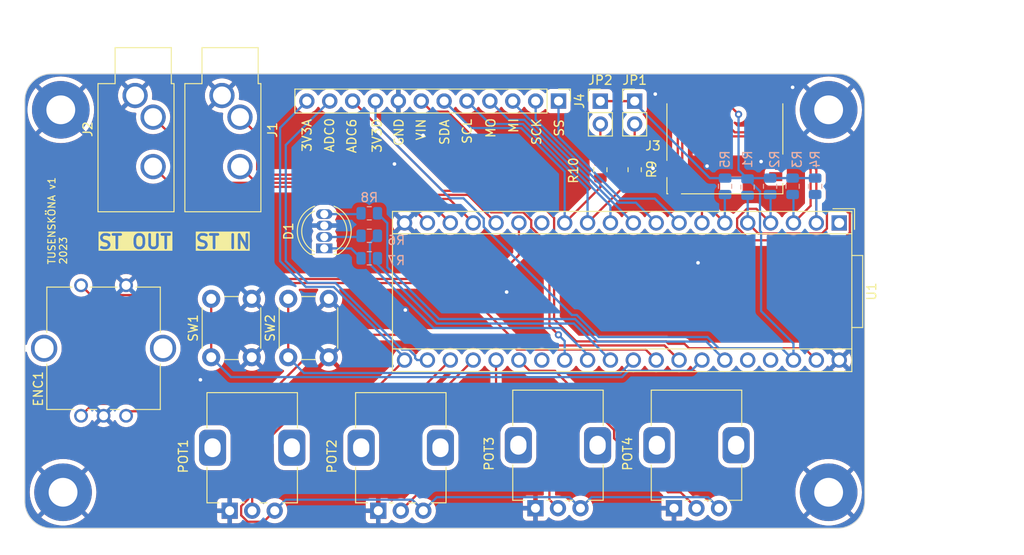
<source format=kicad_pcb>
(kicad_pcb (version 20221018) (generator pcbnew)
  (layers (0 "F.Cu" signal) (31 "B.Cu" signal) (34 "B.Paste" user) (35 "F.Paste" user) (36 "B.SilkS" user "B.Silkscreen") (37 "F.SilkS" user "F.Silkscreen") (38 "B.Mask" user) (39 "F.Mask" user) (44 "Edge.Cuts" user))
  (net 0 "")
  (net 1 "/SD_DATA3")
  (net 2 "/SD_DATA2")
  (net 3 "/SD_DATA1")
  (net 4 "/SD_DATA0")
  (net 5 "/SD_CMD")
  (net 6 "/SD_CLK")
  (net 7 "/3V3A")
  (net 8 "/STEREO IN L")
  (net 9 "/STEREO IN R")
  (net 10 "/STEREO OUT L")
  (net 11 "/STEREO OUT R")
  (net 12 "/AGND")
  (net 13 "/3V3D")
  (net 14 "/VIN")
  (net 17 "/ENC_CLICK")
  (net 18 "/ADC0")
  (net 19 "/ADC5")
  (net 20 "/ADC6")
  (net 23 "/SPI_POCI")
  (net 24 "/SPI_PICO")
  (net 25 "/SPI_SCK")
  (net 26 "/SPI_CS")
  (net 27 "/SCL")
  (net 28 "/SDA")
  (net 29 "/LED 1")
  (net 30 "/LED 2")
  (net 31 "/LED 3")
  (net 32 "/SW1")
  (net 33 "/SW2")
  (net 34 "/ENC_A")
  (net 35 "/ENC_B")
  (net 36 "/POT_1")
  (net 37 "/POT_2")
  (net 38 "/POT_3")
  (net 39 "/POT_4")
  (net 42 "Net-(D1-GA)")
  (net 43 "Net-(D1-RA)")
  (net 44 "Net-(D1-BA)")
  (net 45 "Net-(JP1-B)")
  (net 46 "Net-(JP2-B)")
  (footprint "Connector_PinHeader_2.54mm:PinHeader_1x02_P2.54mm_Vertical" (layer "F.Cu") (at 164.465 26.035)
    (fp_text reference "JP1" (at 0 -2.33) (layer "F.SilkS"))
    (fp_text value "Jumper_2_Bridged")
    (pad "1" thru_hole rect (at 0 0) (size 1.7 1.7) (drill 1) (layers "*.Cu" "*.Mask") (net 13 "/3V3D"))
    (pad "2" thru_hole oval (at 0 2.54) (size 1.7 1.7) (drill 1) (layers "*.Cu" "*.Mask") (net 45 "Net-(JP1-B)"))
  )
  (footprint "Button_Switch_THT:SW_PUSH_6mm" (layer "F.Cu") (at 117.45 54.5 90)
    (fp_text reference "SW1" (at 3.25 -2 90) (layer "F.SilkS"))
    (fp_text value "SW_Push")
    (pad "1" thru_hole circle (at 0 0 180) (size 2 2) (drill 1.1) (layers "*.Cu" "*.Mask") (net 32 "/SW1"))
    (pad "1" thru_hole circle (at 6.5 0 180) (size 2 2) (drill 1.1) (layers "*.Cu" "*.Mask") (net 32 "/SW1"))
    (pad "2" thru_hole circle (at 0 4.5 180) (size 2 2) (drill 1.1) (layers "*.Cu" "*.Mask") (net 12 "/AGND"))
    (pad "2" thru_hole circle (at 6.5 4.5 180) (size 2 2) (drill 1.1) (layers "*.Cu" "*.Mask") (net 12 "/AGND"))
  )
  (footprint "Connector_PinHeader_2.54mm:PinHeader_1x02_P2.54mm_Vertical" (layer "F.Cu") (at 160.655 26.04)
    (fp_text reference "JP2" (at 0 -2.33) (layer "F.SilkS"))
    (fp_text value "Jumper_2_Bridged")
    (pad "1" thru_hole rect (at 0 0) (size 1.7 1.7) (drill 1) (layers "*.Cu" "*.Mask") (net 13 "/3V3D"))
    (pad "2" thru_hole oval (at 0 2.54) (size 1.7 1.7) (drill 1) (layers "*.Cu" "*.Mask") (net 46 "Net-(JP2-B)"))
  )
  (footprint "Connector_PinHeader_2.54mm:PinHeader_1x12_P2.54mm_Vertical" (layer "F.Cu") (at 156.010276 26.025387 -90)
    (fp_text reference "J4" (at 0 -2.33 90) (layer "F.SilkS"))
    (fp_text value "Conn_01x12_Pin")
    (pad "1" thru_hole rect (at 0 0 270) (size 1.7 1.7) (drill 1) (layers "*.Cu" "*.Mask") (net 26 "/SPI_CS"))
    (pad "2" thru_hole oval (at 0 2.54 270) (size 1.7 1.7) (drill 1) (layers "*.Cu" "*.Mask") (net 25 "/SPI_SCK"))
    (pad "3" thru_hole oval (at 0 5.08 270) (size 1.7 1.7) (drill 1) (layers "*.Cu" "*.Mask") (net 23 "/SPI_POCI"))
    (pad "4" thru_hole oval (at 0 7.62 270) (size 1.7 1.7) (drill 1) (layers "*.Cu" "*.Mask") (net 24 "/SPI_PICO"))
    (pad "5" thru_hole oval (at 0 10.16 270) (size 1.7 1.7) (drill 1) (layers "*.Cu" "*.Mask") (net 27 "/SCL"))
    (pad "6" thru_hole oval (at 0 12.7 270) (size 1.7 1.7) (drill 1) (layers "*.Cu" "*.Mask") (net 28 "/SDA"))
    (pad "7" thru_hole oval (at 0 15.24 270) (size 1.7 1.7) (drill 1) (layers "*.Cu" "*.Mask") (net 14 "/VIN"))
    (pad "8" thru_hole oval (at 0 17.78 270) (size 1.7 1.7) (drill 1) (layers "*.Cu" "*.Mask") (net 12 "/AGND"))
    (pad "9" thru_hole oval (at 0 20.32 270) (size 1.7 1.7) (drill 1) (layers "*.Cu" "*.Mask") (net 13 "/3V3D"))
    (pad "10" thru_hole oval (at 0 22.86 270) (size 1.7 1.7) (drill 1) (layers "*.Cu" "*.Mask") (net 20 "/ADC6"))
    (pad "11" thru_hole oval (at 0 25.4 270) (size 1.7 1.7) (drill 1) (layers "*.Cu" "*.Mask") (net 18 "/ADC0"))
    (pad "12" thru_hole oval (at 0 27.94 270) (size 1.7 1.7) (drill 1) (layers "*.Cu" "*.Mask") (net 7 "/3V3A"))
  )
  (footprint "Button_Switch_THT:SW_PUSH_6mm" (layer "F.Cu") (at 126 54.5 90)
    (fp_text reference "SW2" (at 3.25 -2 90) (layer "F.SilkS"))
    (fp_text value "SW_Push")
    (pad "1" thru_hole circle (at 0 0 180) (size 2 2) (drill 1.1) (layers "*.Cu" "*.Mask") (net 33 "/SW2"))
    (pad "1" thru_hole circle (at 6.5 0 180) (size 2 2) (drill 1.1) (layers "*.Cu" "*.Mask") (net 33 "/SW2"))
    (pad "2" thru_hole circle (at 0 4.5 180) (size 2 2) (drill 1.1) (layers "*.Cu" "*.Mask") (net 12 "/AGND"))
    (pad "2" thru_hole circle (at 6.5 4.5 180) (size 2 2) (drill 1.1) (layers "*.Cu" "*.Mask") (net 12 "/AGND"))
  )
  (footprint "Potentiometer_THT:Potentiometer_Alps_RK09K_Single_Vertical" (layer "F.Cu") (at 168.83 71.27 90)
    (fp_text reference "POT4" (at 6.05 -5.15 90) (layer "F.SilkS"))
    (fp_text value "R_Potentiometer")
    (pad "1" thru_hole rect (at 0 0 90) (size 1.8 1.8) (drill 1) (layers "*.Cu" "*.Mask") (net 12 "/AGND"))
    (pad "2" thru_hole circle (at 0 2.5 90) (size 1.8 1.8) (drill 1) (layers "*.Cu" "*.Mask") (net 39 "/POT_4"))
    (pad "3" thru_hole circle (at 0 5 90) (size 1.8 1.8) (drill 1) (layers "*.Cu" "*.Mask") (net 7 "/3V3A"))
    (pad "MP" thru_hole roundrect (at 7 -1.9 90) (size 4 3) (drill oval 2.1 1.8) (layers "*.Cu" "*.Mask"))
    (pad "MP" thru_hole roundrect (at 7 6.9 90) (size 4 3) (drill oval 2.1 1.8) (layers "*.Cu" "*.Mask"))
  )
  (footprint "MountingHole:MountingHole_3.2mm_M3_Pad" (layer "F.Cu") (at 186 69.5)
    (fp_text reference "H4" hide)
    (fp_text value "MountingHole_Pad" hide)
    (pad "1" thru_hole circle (at 0 0) (size 6.4 6.4) (drill 3.2) (layers "*.Cu" "*.Mask") (net 12 "/AGND"))
  )
  (footprint "MountingHole:MountingHole_3.2mm_M3_Pad" (layer "F.Cu") (at 186 27)
    (fp_text reference "H2" hide)
    (fp_text value "MountingHole_Pad" hide)
    (pad "1" thru_hole circle (at 0 0) (size 6.4 6.4) (drill 3.2) (layers "*.Cu" "*.Mask") (net 12 "/AGND"))
  )
  (footprint "MountingHole:MountingHole_3.2mm_M3_Pad" (layer "F.Cu") (at 100.75 27)
    (fp_text reference "H1" hide)
    (fp_text value "MountingHole_Pad" hide)
    (pad "1" thru_hole circle (at 0 0) (size 6.4 6.4) (drill 3.2) (layers "*.Cu" "*.Mask") (net 12 "/AGND"))
  )
  (footprint "Resistor_SMD:R_0805_2012Metric" (layer "F.Cu") (at 164.465 33.655 -90)
    (fp_text reference "R9" (at -0.047626 -1.878495 90) (layer "F.SilkS"))
    (fp_text value "4.7k")
    (pad "1" smd roundrect (at -0.9125 0 270) (size 1.025 1.4) (layers "F.Cu" "F.Paste" "F.Mask") (roundrect_rratio 0.243902) (net 45 "Net-(JP1-B)"))
    (pad "2" smd roundrect (at 0.9125 0 270) (size 1.025 1.4) (layers "F.Cu" "F.Paste" "F.Mask") (roundrect_rratio 0.243902) (net 27 "/SCL"))
  )
  (footprint "Rotary_Encoder:RotaryEncoder_Bourns_Vertical_PEC12R-3xxxF-Sxxxx" (layer "F.Cu") (at 103 61 90)
    (fp_text reference "ENC1" (at 3 -4.75 270) (layer "F.SilkS"))
    (fp_text value "RotaryEncoder_Switch")
    (pad "A" thru_hole circle (at 0 0) (size 1.524 1.524) (drill 1) (layers "*.Cu" "*.Mask") (net 34 "/ENC_A"))
    (pad "B" thru_hole circle (at 0 5) (size 1.524 1.524) (drill 1) (layers "*.Cu" "*.Mask") (net 35 "/ENC_B"))
    (pad "C" thru_hole circle (at 0 2.5) (size 1.524 1.524) (drill 1) (layers "*.Cu" "*.Mask") (net 12 "/AGND"))
    (pad "S1" thru_hole circle (at 14.5 0) (size 1.524 1.524) (drill 1) (layers "*.Cu" "*.Mask") (net 17 "/ENC_CLICK"))
    (pad "S2" thru_hole circle (at 14.5 5) (size 1.524 1.524) (drill 1) (layers "*.Cu" "*.Mask") (net 12 "/AGND"))
    (pad "SH" thru_hole oval (at 7.5 -4.1) (size 2.9 3) (drill oval 2.1 2.2) (layers "*.Cu" "*.Mask"))
    (pad "SH" thru_hole oval (at 7.5 9.1) (size 2.9 3) (drill oval 2.1 2.2) (layers "*.Cu" "*.Mask"))
  )
  (footprint "Potentiometer_THT:Potentiometer_Alps_RK09K_Single_Vertical" (layer "F.Cu") (at 119.5 71.55 90)
    (fp_text reference "POT1" (at 6.05 -5.15 90) (layer "F.SilkS"))
    (fp_text value "R_Potentiometer")
    (pad "1" thru_hole rect (at 0 0 90) (size 1.8 1.8) (drill 1) (layers "*.Cu" "*.Mask") (net 12 "/AGND"))
    (pad "2" thru_hole circle (at 0 2.5 90) (size 1.8 1.8) (drill 1) (layers "*.Cu" "*.Mask") (net 36 "/POT_1"))
    (pad "3" thru_hole circle (at 0 5 90) (size 1.8 1.8) (drill 1) (layers "*.Cu" "*.Mask") (net 7 "/3V3A"))
    (pad "MP" thru_hole roundrect (at 7 -1.9 90) (size 4 3) (drill oval 2.1 1.8) (layers "*.Cu" "*.Mask"))
    (pad "MP" thru_hole roundrect (at 7 6.9 90) (size 4 3) (drill oval 2.1 1.8) (layers "*.Cu" "*.Mask"))
  )
  (footprint "Resistor_SMD:R_0805_2012Metric" (layer "F.Cu") (at 160.655 33.655 -90)
    (fp_text reference "R10" (at 0.08721 2.98471 90) (layer "F.SilkS"))
    (fp_text value "4.7k")
    (pad "1" smd roundrect (at -0.9125 0 270) (size 1.025 1.4) (layers "F.Cu" "F.Paste" "F.Mask") (roundrect_rratio 0.243902) (net 46 "Net-(JP2-B)"))
    (pad "2" smd roundrect (at 0.9125 0 270) (size 1.025 1.4) (layers "F.Cu" "F.Paste" "F.Mask") (roundrect_rratio 0.243902) (net 28 "/SDA"))
  )
  (footprint "Module:Electrosmith_Daisy_Seed" (layer "F.Cu") (at 187.175 39.57 -90)
    (fp_text reference "U1" (at 7.62 -3.6 90) (layer "F.SilkS"))
    (fp_text value "Electrosmith_Daisy_Seed_Rev4")
    (pad "1" thru_hole rect (at 0 0 270) (size 1.7 1.7) (drill 1.1) (layers "*.Cu" "*.Mask"))
    (pad "2" thru_hole circle (at 0 2.54 270) (size 1.7 1.7) (drill 1.1) (layers "*.Cu" "*.Mask") (net 1 "/SD_DATA3"))
    (pad "3" thru_hole circle (at 0 5.08 270) (size 1.7 1.7) (drill 1.1) (layers "*.Cu" "*.Mask") (net 2 "/SD_DATA2"))
    (pad "4" thru_hole circle (at 0 7.62 270) (size 1.7 1.7) (drill 1.1) (layers "*.Cu" "*.Mask") (net 3 "/SD_DATA1"))
    (pad "5" thru_hole circle (at 0 10.16 270) (size 1.7 1.7) (drill 1.1) (layers "*.Cu" "*.Mask") (net 4 "/SD_DATA0"))
    (pad "6" thru_hole circle (at 0 12.7 270) (size 1.7 1.7) (drill 1.1) (layers "*.Cu" "*.Mask") (net 5 "/SD_CMD"))
    (pad "7" thru_hole circle (at 0 15.24 270) (size 1.7 1.7) (drill 1.1) (layers "*.Cu" "*.Mask") (net 6 "/SD_CLK"))
    (pad "8" thru_hole circle (at 0 17.78 270) (size 1.7 1.7) (drill 1.1) (layers "*.Cu" "*.Mask") (net 26 "/SPI_CS"))
    (pad "9" thru_hole circle (at 0 20.32 270) (size 1.7 1.7) (drill 1.1) (layers "*.Cu" "*.Mask") (net 25 "/SPI_SCK"))
    (pad "10" thru_hole circle (at 0 22.86 270) (size 1.7 1.7) (drill 1.1) (layers "*.Cu" "*.Mask") (net 23 "/SPI_POCI"))
    (pad "11" thru_hole circle (at 0 25.4 270) (size 1.7 1.7) (drill 1.1) (layers "*.Cu" "*.Mask") (net 24 "/SPI_PICO"))
    (pad "12" thru_hole circle (at 0 27.94 270) (size 1.7 1.7) (drill 1.1) (layers "*.Cu" "*.Mask") (net 27 "/SCL"))
    (pad "13" thru_hole circle (at 0 30.48 270) (size 1.7 1.7) (drill 1.1) (layers "*.Cu" "*.Mask") (net 28 "/SDA"))
    (pad "14" thru_hole circle (at 0 33.02 270) (size 1.7 1.7) (drill 1.1) (layers "*.Cu" "*.Mask"))
    (pad "15" thru_hole circle (at 0 35.56 270) (size 1.7 1.7) (drill 1.1) (layers "*.Cu" "*.Mask") (net 17 "/ENC_CLICK"))
    (pad "16" thru_hole circle (at 0 38.1 270) (size 1.7 1.7) (drill 1.1) (layers "*.Cu" "*.Mask") (net 8 "/STEREO IN L"))
    (pad "17" thru_hole circle (at 0 40.64 270) (size 1.7 1.7) (drill 1.1) (layers "*.Cu" "*.Mask") (net 9 "/STEREO IN R"))
    (pad "18" thru_hole circle (at 0 43.18 270) (size 1.7 1.7) (drill 1.1) (layers "*.Cu" "*.Mask") (net 10 "/STEREO OUT L"))
    (pad "19" thru_hole circle (at 0 45.72 270) (size 1.7 1.7) (drill 1.1) (layers "*.Cu" "*.Mask") (net 11 "/STEREO OUT R"))
    (pad "20" thru_hole circle (at 0 48.26 270) (size 1.7 1.7) (drill 1.1) (layers "*.Cu" "*.Mask") (net 12 "/AGND"))
    (pad "21" thru_hole circle (at 15.24 48.26 270) (size 1.7 1.7) (drill 1.1) (layers "*.Cu" "*.Mask") (net 7 "/3V3A"))
    (pad "22" thru_hole circle (at 15.24 45.72 270) (size 1.7 1.7) (drill 1.1) (layers "*.Cu" "*.Mask") (net 18 "/ADC0"))
    (pad "23" thru_hole circle (at 15.24 43.18 270) (size 1.7 1.7) (drill 1.1) (layers "*.Cu" "*.Mask") (net 36 "/POT_1"))
    (pad "24" thru_hole circle (at 15.24 40.64 270) (size 1.7 1.7) (drill 1.1) (layers "*.Cu" "*.Mask") (net 37 "/POT_2"))
    (pad "25" thru_hole circle (at 15.24 38.1 270) (size 1.7 1.7) (drill 1.1) (layers "*.Cu" "*.Mask") (net 38 "/POT_3"))
    (pad "26" thru_hole circle (at 15.24 35.56 270) (size 1.7 1.7) (drill 1.1) (layers "*.Cu" "*.Mask") (net 39 "/POT_4"))
    (pad "27" thru_hole circle (at 15.24 33.02 270) (size 1.7 1.7) (drill 1.1) (layers "*.Cu" "*.Mask") (net 19 "/ADC5"))
    (pad "28" thru_hole circle (at 15.24 30.48 270) (size 1.7 1.7) (drill 1.1) (layers "*.Cu" "*.Mask") (net 20 "/ADC6"))
    (pad "29" thru_hole circle (at 15.24 27.94 270) (size 1.7 1.7) (drill 1.1) (layers "*.Cu" "*.Mask") (net 29 "/LED 1"))
    (pad "30" thru_hole circle (at 15.24 25.4 270) (size 1.7 1.7) (drill 1.1) (layers "*.Cu" "*.Mask") (net 30 "/LED 2"))
    (pad "31" thru_hole circle (at 15.24 22.86 270) (size 1.7 1.7) (drill 1.1) (layers "*.Cu" "*.Mask") (net 33 "/SW2"))
    (pad "32" thru_hole circle (at 15.24 20.32 270) (size 1.7 1.7) (drill 1.1) (layers "*.Cu" "*.Mask") (net 35 "/ENC_B"))
    (pad "33" thru_hole circle (at 15.24 17.78 270) (size 1.7 1.7) (drill 1.1) (layers "*.Cu" "*.Mask") (net 34 "/ENC_A"))
    (pad "34" thru_hole circle (at 15.24 15.24 270) (size 1.7 1.7) (drill 1.1) (layers "*.Cu" "*.Mask") (net 32 "/SW1"))
    (pad "35" thru_hole circle (at 15.24 12.7 270) (size 1.7 1.7) (drill 1.1) (layers "*.Cu" "*.Mask") (net 31 "/LED 3"))
    (pad "36" thru_hole circle (at 15.24 10.16 270) (size 1.7 1.7) (drill 1.1) (layers "*.Cu" "*.Mask"))
    (pad "37" thru_hole circle (at 15.24 7.62 270) (size 1.7 1.7) (drill 1.1) (layers "*.Cu" "*.Mask"))
    (pad "38" thru_hole circle (at 15.24 5.08 270) (size 1.7 1.7) (drill 1.1) (layers "*.Cu" "*.Mask") (net 13 "/3V3D"))
    (pad "39" thru_hole circle (at 15.24 2.54 270) (size 1.7 1.7) (drill 1.1) (layers "*.Cu" "*.Mask") (net 14 "/VIN"))
    (pad "40" thru_hole circle (at 15.24 0 270) (size 1.7 1.7) (drill 1.1) (layers "*.Cu" "*.Mask") (net 12 "/AGND"))
  )
  (footprint "Connector_Audio:Jack_3.5mm_CUI_SJ1-3533NG_Horizontal_CircularHoles" (layer "F.Cu") (at 118.645 25.41)
    (fp_text reference "J1" (at 5.61 3.83 90) (layer "F.SilkS"))
    (fp_text value "AudioJack3")
    (pad "R" thru_hole circle (at 2 7.9) (size 2.8 2.8) (drill 2) (layers "*.Cu" "*.Mask") (net 9 "/STEREO IN R"))
    (pad "S" thru_hole circle (at 0 0) (size 2.8 2.8) (drill 2) (layers "*.Cu" "*.Mask") (net 12 "/AGND"))
    (pad "T" thru_hole circle (at 2 2.4) (size 2.8 2.8) (drill 2) (layers "*.Cu" "*.Mask") (net 8 "/STEREO IN L"))
  )
  (footprint "Potentiometer_THT:Potentiometer_Alps_RK09K_Single_Vertical" (layer "F.Cu") (at 153.45 71.27 90)
    (fp_text reference "POT3" (at 6.05 -5.15 90) (layer "F.SilkS"))
    (fp_text value "R_Potentiometer")
    (pad "1" thru_hole rect (at 0 0 90) (size 1.8 1.8) (drill 1) (layers "*.Cu" "*.Mask") (net 12 "/AGND"))
    (pad "2" thru_hole circle (at 0 2.5 90) (size 1.8 1.8) (drill 1) (layers "*.Cu" "*.Mask") (net 38 "/POT_3"))
    (pad "3" thru_hole circle (at 0 5 90) (size 1.8 1.8) (drill 1) (layers "*.Cu" "*.Mask") (net 7 "/3V3A"))
    (pad "MP" thru_hole roundrect (at 7 -1.9 90) (size 4 3) (drill oval 2.1 1.8) (layers "*.Cu" "*.Mask"))
    (pad "MP" thru_hole roundrect (at 7 6.9 90) (size 4 3) (drill oval 2.1 1.8) (layers "*.Cu" "*.Mask"))
  )
  (footprint "MountingHole:MountingHole_3.2mm_M3_Pad" (layer "F.Cu") (at 101 69.5)
    (fp_text reference "H3" hide)
    (fp_text value "MountingHole_Pad" hide)
    (pad "1" thru_hole circle (at 0 0) (size 6.4 6.4) (drill 3.2) (layers "*.Cu" "*.Mask") (net 12 "/AGND"))
  )
  (footprint "Connector_Card:microSD_HC_Hirose_DM3D-SF" (layer "F.Cu") (at 174.48 30.55 180)
    (fp_text reference "J3" (at 7.98 -0.45 180) (layer "F.SilkS"))
    (fp_text value "Micro_SD_Card")
    (pad "1" smd rect (at 3.175 5.35 180) (size 0.7 1.75) (layers "F.Cu" "F.Paste" "F.Mask") (net 2 "/SD_DATA2"))
    (pad "2" smd rect (at 2.075 5.35 180) (size 0.7 1.75) (layers "F.Cu" "F.Paste" "F.Mask") (net 1 "/SD_DATA3"))
    (pad "3" smd rect (at 0.975 5.35 180) (size 0.7 1.75) (layers "F.Cu" "F.Paste" "F.Mask") (net 5 "/SD_CMD"))
    (pad "4" smd rect (at -0.125 5.35 180) (size 0.7 1.75) (layers "F.Cu" "F.Paste" "F.Mask") (net 13 "/3V3D"))
    (pad "5" smd rect (at -1.225 5.35 180) (size 0.7 1.75) (layers "F.Cu" "F.Paste" "F.Mask") (net 6 "/SD_CLK"))
    (pad "6" smd rect (at -2.325 5.35 180) (size 0.7 1.75) (layers "F.Cu" "F.Paste" "F.Mask") (net 12 "/AGND"))
    (pad "7" smd rect (at -3.425 5.35 180) (size 0.7 1.75) (layers "F.Cu" "F.Paste" "F.Mask") (net 4 "/SD_DATA0"))
    (pad "8" smd rect (at -4.525 5.35 180) (size 0.7 1.75) (layers "F.Cu" "F.Paste" "F.Mask") (net 3 "/SD_DATA1"))
    (pad "9" smd rect (at -5.65 -3.875 180) (size 1.45 1) (layers "F.Cu" "F.Paste" "F.Mask"))
    (pad "10" smd rect (at 5.575 -5.45 180) (size 1 1.55) (layers "F.Cu" "F.Paste" "F.Mask"))
    (pad "11" smd rect (at -5.975 -2.375 180) (size 0.8 1.5) (layers "F.Cu" "F.Paste" "F.Mask") (net 12 "/AGND"))
    (pad "11" smd rect (at -5.725 5.225 180) (size 1.3 1.5) (layers "F.Cu" "F.Paste" "F.Mask") (net 12 "/AGND"))
    (pad "11" smd rect (at 5.625 5.225 180) (size 1.5 1.5) (layers "F.Cu" "F.Paste" "F.Mask") (net 12 "/AGND"))
    (pad "11" smd rect (at 5.975 -3.025 180) (size 0.8 1.4) (layers "F.Cu" "F.Paste" "F.Mask") (net 12 "/AGND"))
    (zone (net 0) (net_name "") (layer "F.Cu") (connect_pads (clearance 0)) (min_thickness 0.254)
      (keepout (tracks not_allowed) (vias not_allowed) (pads not_allowed) (copperpour not_allowed) (footprints not_allowed))
      (fill (thermal_gap 0.508) (thermal_bridge_width 0.508))
      (polygon (pts (xy 176.455 34.425) (xy 173.955 34.425) (xy 173.955 36.275) (xy 176.455 36.275)))
    )
    (zone (net 0) (net_name "") (layer "F.Cu") (connect_pads (clearance 0)) (min_thickness 0.254)
      (keepout (tracks not_allowed) (vias not_allowed) (pads not_allowed) (copperpour not_allowed) (footprints not_allowed))
      (fill (thermal_gap 0.508) (thermal_bridge_width 0.508))
      (polygon (pts (xy 179.405 32.075) (xy 170.905 32.075) (xy 170.905 30.075) (xy 179.405 30.075)))
    )
  )
  (footprint "Potentiometer_THT:Potentiometer_Alps_RK09K_Single_Vertical" (layer "F.Cu") (at 136 71.55 90)
    (fp_text reference "POT2" (at 6.05 -5.15 90) (layer "F.SilkS"))
    (fp_text value "R_Potentiometer")
    (pad "1" thru_hole rect (at 0 0 90) (size 1.8 1.8) (drill 1) (layers "*.Cu" "*.Mask") (net 12 "/AGND"))
    (pad "2" thru_hole circle (at 0 2.5 90) (size 1.8 1.8) (drill 1) (layers "*.Cu" "*.Mask") (net 37 "/POT_2"))
    (pad "3" thru_hole circle (at 0 5 90) (size 1.8 1.8) (drill 1) (layers "*.Cu" "*.Mask") (net 7 "/3V3A"))
    (pad "MP" thru_hole roundrect (at 7 -1.9 90) (size 4 3) (drill oval 2.1 1.8) (layers "*.Cu" "*.Mask"))
    (pad "MP" thru_hole roundrect (at 7 6.9 90) (size 4 3) (drill oval 2.1 1.8) (layers "*.Cu" "*.Mask"))
  )
  (footprint "LED_THT:LED_D5.0mm-4_RGB" (layer "F.Cu") (at 130 42.4 90)
    (fp_text reference "D1" (at 1.905 -3.96 90) (layer "F.SilkS"))
    (fp_text value "LED_RGBA")
    (pad "1" thru_hole rect (at 0 0 90) (size 1.07 1.8) (drill 0.9) (layers "*.Cu" "*.Mask") (net 42 "Net-(D1-GA)"))
    (pad "2" thru_hole oval (at 1.27 0 90) (size 1.07 1.8) (drill 0.9) (layers "*.Cu" "*.Mask") (net 44 "Net-(D1-BA)"))
    (pad "3" thru_hole oval (at 2.54 0 90) (size 1.07 1.8) (drill 0.9) (layers "*.Cu" "*.Mask") (net 12 "/AGND"))
    (pad "4" thru_hole oval (at 3.81 0 90) (size 1.07 1.8) (drill 0.9) (layers "*.Cu" "*.Mask") (net 43 "Net-(D1-RA)"))
  )
  (footprint "Connector_Audio:Jack_3.5mm_CUI_SJ1-3533NG_Horizontal_CircularHoles" (layer "F.Cu") (at 109 25.41)
    (fp_text reference "J2" (at -5.25 3.75 90) (layer "F.SilkS"))
    (fp_text value "AudioJack3")
    (pad "R" thru_hole circle (at 2 7.9) (size 2.8 2.8) (drill 2) (layers "*.Cu" "*.Mask") (net 11 "/STEREO OUT R"))
    (pad "S" thru_hole circle (at 0 0) (size 2.8 2.8) (drill 2) (layers "*.Cu" "*.Mask") (net 12 "/AGND"))
    (pad "T" thru_hole circle (at 2 2.4) (size 2.8 2.8) (drill 2) (layers "*.Cu" "*.Mask") (net 10 "/STEREO OUT L"))
  )
  (footprint "Resistor_SMD:R_0805_2012Metric" (layer "B.Cu") (at 177 35.5875 -90)
    (fp_text reference "R1" (at -3.0875 0 -270) (layer "B.SilkS") (effects (justify mirror)))
    (fp_text value "47k" hide)
    (pad "1" smd roundrect (at -0.9125 0 270) (size 1.025 1.4) (layers "B.Cu" "B.Paste" "B.Mask") (roundrect_rratio 0.243902439) (net 13 "/3V3D"))
    (pad "2" smd roundrect (at 0.9125 0 270) (size 1.025 1.4) (layers "B.Cu" "B.Paste" "B.Mask") (roundrect_rratio 0.243902439) (net 4 "/SD_DATA0"))
  )
  (footprint "Resistor_SMD:R_0805_2012Metric" (layer "B.Cu") (at 135 41 180)
    (fp_text reference "R6" (at -3 -0.5) (layer "B.SilkS") (effects (justify mirror)))
    (fp_text value "1k")
    (pad "1" smd roundrect (at -0.9125 0 180) (size 1.025 1.4) (layers "B.Cu" "B.Paste" "B.Mask") (roundrect_rratio 0.243902439) (net 29 "/LED 1"))
    (pad "2" smd roundrect (at 0.9125 0 180) (size 1.025 1.4) (layers "B.Cu" "B.Paste" "B.Mask") (roundrect_rratio 0.243902439) (net 44 "Net-(D1-BA)"))
  )
  (footprint "Resistor_SMD:R_0805_2012Metric" (layer "B.Cu") (at 182 35.5 -90)
    (fp_text reference "R3" (at -3 -0.5 -270) (layer "B.SilkS") (effects (justify mirror)))
    (fp_text value "47k" hide)
    (pad "1" smd roundrect (at -0.9125 0 270) (size 1.025 1.4) (layers "B.Cu" "B.Paste" "B.Mask") (roundrect_rratio 0.243902439) (net 13 "/3V3D"))
    (pad "2" smd roundrect (at 0.9125 0 270) (size 1.025 1.4) (layers "B.Cu" "B.Paste" "B.Mask") (roundrect_rratio 0.243902439) (net 2 "/SD_DATA2"))
  )
  (footprint "Resistor_SMD:R_0805_2012Metric" (layer "B.Cu") (at 174.5 35.5 -90)
    (fp_text reference "R5" (at -3 0 -270) (layer "B.SilkS") (effects (justify mirror)))
    (fp_text value "47k" hide)
    (pad "1" smd roundrect (at -0.9125 0 270) (size 1.025 1.4) (layers "B.Cu" "B.Paste" "B.Mask") (roundrect_rratio 0.243902439) (net 13 "/3V3D"))
    (pad "2" smd roundrect (at 0.9125 0 270) (size 1.025 1.4) (layers "B.Cu" "B.Paste" "B.Mask") (roundrect_rratio 0.243902439) (net 5 "/SD_CMD"))
  )
  (footprint "Resistor_SMD:R_0805_2012Metric" (layer "B.Cu") (at 184.5 35.5 -90)
    (fp_text reference "R4" (at -3 0 -270) (layer "B.SilkS") (effects (justify mirror)))
    (fp_text value "47k" hide)
    (pad "1" smd roundrect (at -0.9125 0 270) (size 1.025 1.4) (layers "B.Cu" "B.Paste" "B.Mask") (roundrect_rratio 0.243902439) (net 13 "/3V3D"))
    (pad "2" smd roundrect (at 0.9125 0 270) (size 1.025 1.4) (layers "B.Cu" "B.Paste" "B.Mask") (roundrect_rratio 0.243902439) (net 1 "/SD_DATA3"))
  )
  (footprint "Resistor_SMD:R_0805_2012Metric" (layer "B.Cu") (at 135 38.5 180)
    (fp_text reference "R8" (at 0 1.75) (layer "B.SilkS") (effects (justify mirror)))
    (fp_text value "1k")
    (pad "1" smd roundrect (at -0.9125 0 180) (size 1.025 1.4) (layers "B.Cu" "B.Paste" "B.Mask") (roundrect_rratio 0.243902439) (net 31 "/LED 3"))
    (pad "2" smd roundrect (at 0.9125 0 180) (size 1.025 1.4) (layers "B.Cu" "B.Paste" "B.Mask") (roundrect_rratio 0.243902439) (net 43 "Net-(D1-RA)"))
  )
  (footprint "Resistor_SMD:R_0805_2012Metric" (layer "B.Cu") (at 135 43.5 180)
    (fp_text reference "R7" (at -3 -0.25) (layer "B.SilkS") (effects (justify mirror)))
    (fp_text value "1k")
    (pad "1" smd roundrect (at -0.9125 0 180) (size 1.025 1.4) (layers "B.Cu" "B.Paste" "B.Mask") (roundrect_rratio 0.243902439) (net 30 "/LED 2"))
    (pad "2" smd roundrect (at 0.9125 0 180) (size 1.025 1.4) (layers "B.Cu" "B.Paste" "B.Mask") (roundrect_rratio 0.243902439) (net 42 "Net-(D1-GA)"))
  )
  (footprint "Resistor_SMD:R_0805_2012Metric" (layer "B.Cu") (at 179.5 35.5 -90)
    (fp_text reference "R2" (at -3 -0.5 -270) (layer "B.SilkS") (effects (justify mirror)))
    (fp_text value "47k" hide)
    (pad "1" smd roundrect (at -0.9125 0 270) (size 1.025 1.4) (layers "B.Cu" "B.Paste" "B.Mask") (roundrect_rratio 0.243902439) (net 13 "/3V3D"))
    (pad "2" smd roundrect (at 0.9125 0 270) (size 1.025 1.4) (layers "B.Cu" "B.Paste" "B.Mask") (roundrect_rratio 0.243902439) (net 3 "/SD_DATA1"))
  )
  (gr_arc (start 99.75 73.5) (mid 97.62868 72.62132) (end 96.75 70.5) (stroke (width 0.1)) (layer "Edge.Cuts"))
  (gr_line (start 190 26) (end 190 70.5) (stroke (width 0.1)) (layer "Edge.Cuts"))
  (gr_arc (start 187 23) (mid 189.12132 23.87868) (end 190 26) (stroke (width 0.1)) (layer "Edge.Cuts"))
  (gr_arc (start 190 70.5) (mid 189.12132 72.62132) (end 187 73.5) (stroke (width 0.1)) (layer "Edge.Cuts"))
  (gr_arc (start 96.75 26) (mid 97.62868 23.87868) (end 99.75 23) (stroke (width 0.1)) (layer "Edge.Cuts"))
  (gr_line (start 96.75 70.5) (end 96.75 26) (stroke (width 0.1)) (layer "Edge.Cuts"))
  (gr_line (start 187 73.5) (end 99.75 73.5) (stroke (width 0.1)) (layer "Edge.Cuts"))
  (gr_line (start 99.75 23) (end 187 23) (stroke (width 0.1)) (layer "Edge.Cuts"))
  (gr_text "ADC0" (at 131.171973 31.821157 90) (layer "F.SilkS") (effects (font (size 1 1)) (justify left bottom)))
  (gr_text "3V3D" (at 136.446557 31.853647 90) (layer "F.SilkS") (effects (font (size 1 1)) (justify left bottom)))
  (gr_text "SS" (at 156.676031 30.065039 90) (layer "F.SilkS") (effects (font (size 1 1)) (justify left bottom)))
  (gr_text "SDA" (at 143.944869 30.995695 90) (layer "F.SilkS") (effects (font (size 1 1)) (justify left bottom)))
  (gr_text "GND" (at 138.873678 31.115 90) (layer "F.SilkS") (effects (font (size 1 1)) (justify left bottom)))
  (gr_text "ADC6" (at 133.640815 31.90933 90) (layer "F.SilkS") (effects (font (size 1 1)) (justify left bottom)))
  (gr_text "ST IN\n" (at 115.57 42.545) (layer "F.SilkS" knockout) (effects (font (size 1.5 1.5) (thickness 0.3) bold) (justify left bottom)))
  (gr_text "SCL" (at 146.450261 30.876391 90) (layer "F.SilkS") (effects (font (size 1 1)) (justify left bottom)))
  (gr_text "MO" (at 149.075943 30.219266 90) (layer "F.SilkS") (effects (font (size 1 1)) (justify left bottom)))
  (gr_text "3V3A" (at 128.665775 31.75 90) (layer "F.SilkS") (effects (font (size 1 1)) (justify left bottom)))
  (gr_text "VIN" (at 141.329455 30.48 90) (layer "F.SilkS") (effects (font (size 1 1)) (justify left bottom)))
  (gr_text "SCK" (at 154.159657 31.004252 90) (layer "F.SilkS") (effects (font (size 1 1)) (justify left bottom)))
  (gr_text "MI" (at 151.6178 29.658563 90) (layer "F.SilkS") (effects (font (size 1 1)) (justify left bottom)))
  (gr_text "TUSENSKÖNA v1\n2023" (at 101.5 44.25 90) (layer "F.SilkS") (effects (font (size 0.8 0.8) (thickness 0.125) bold) (justify left bottom)))
  (gr_text "ST OUT" (at 104.775 42.545) (layer "F.SilkS" knockout) (effects (font (size 1.5 1.5) (thickness 0.3) bold) (justify left bottom)))
  (segment (start 180.5 29.5) (end 184.635 33.635) (width 0.25) (layer "F.Cu") (net 1))
  (segment (start 175.58 29.5) (end 180.5 29.5) (width 0.25) (layer "F.Cu") (net 1))
  (segment (start 172.405 25.2) (end 172.405 26.325) (width 0.25) (layer "F.Cu") (net 1))
  (segment (start 172.405 26.325) (end 175.58 29.5) (width 0.25) (layer "F.Cu") (net 1))
  (segment (start 184.635 33.635) (end 184.635 39.57) (width 0.25) (layer "F.Cu") (net 1))
  (segment (start 184.635 39.57) (end 184.635 36.5475) (width 0.25) (layer "B.Cu") (net 1))
  (segment (start 184.635 36.5475) (end 184.5 36.4125) (width 0.25) (layer "B.Cu") (net 1))
  (segment (start 180.313604 29.95) (end 184 33.636396) (width 0.25) (layer "F.Cu") (net 2))
  (segment (start 174.93 29.95) (end 180.313604 29.95) (width 0.25) (layer "F.Cu") (net 2))
  (segment (start 171.305 25.2) (end 171.305 26.325) (width 0.25) (layer "F.Cu") (net 2))
  (segment (start 184 33.636396) (end 184 37.665) (width 0.25) (layer "F.Cu") (net 2))
  (segment (start 171.305 26.325) (end 174.93 29.95) (width 0.25) (layer "F.Cu") (net 2))
  (segment (start 184 37.665) (end 182.095 39.57) (width 0.25) (layer "F.Cu") (net 2))
  (segment (start 182.095 36.5075) (end 182 36.4125) (width 0.25) (layer "B.Cu") (net 2))
  (segment (start 182.095 39.57) (end 182.095 36.5075) (width 0.25) (layer "B.Cu") (net 2))
  (segment (start 175.84 40.056701) (end 175.84 39.083299) (width 0.25) (layer "F.Cu") (net 3))
  (segment (start 175.84 39.083299) (end 176.923299 38) (width 0.25) (layer "F.Cu") (net 3))
  (segment (start 179.005 26.368604) (end 186.26 33.623604) (width 0.25) (layer "F.Cu") (net 3))
  (segment (start 177.283299 41.5) (end 175.84 40.056701) (width 0.25) (layer "F.Cu") (net 3))
  (segment (start 188.145 38.395) (end 188.35 38.395) (width 0.25) (layer "F.Cu") (net 3))
  (segment (start 176.923299 38) (end 177.985 38) (width 0.25) (layer "F.Cu") (net 3))
  (segment (start 188.35 40.65) (end 187.5 41.5) (width 0.25) (layer "F.Cu") (net 3))
  (segment (start 188.35 38.395) (end 188.35 40.65) (width 0.25) (layer "F.Cu") (net 3))
  (segment (start 187.5 41.5) (end 177.283299 41.5) (width 0.25) (layer "F.Cu") (net 3))
  (segment (start 186.26 36.51) (end 188.145 38.395) (width 0.25) (layer "F.Cu") (net 3))
  (segment (start 186.26 33.623604) (end 186.26 36.51) (width 0.25) (layer "F.Cu") (net 3))
  (segment (start 179.005 25.2) (end 179.005 26.368604) (width 0.25) (layer "F.Cu") (net 3))
  (segment (start 177.985 38) (end 179.555 39.57) (width 0.25) (layer "F.Cu") (net 3))
  (segment (start 179.555 36.4675) (end 179.5 36.4125) (width 0.25) (layer "B.Cu") (net 3))
  (segment (start 179.555 39.57) (end 179.555 36.4675) (width 0.25) (layer "B.Cu") (net 3))
  (segment (start 177.905 25.905) (end 185.81 33.81) (width 0.25) (layer "F.Cu") (net 4))
  (segment (start 185.255 40.745) (end 178.19 40.745) (width 0.25) (layer "F.Cu") (net 4))
  (segment (start 185.81 40.19) (end 185.255 40.745) (width 0.25) (layer "F.Cu") (net 4))
  (segment (start 185.81 33.81) (end 185.81 40.19) (width 0.25) (layer "F.Cu") (net 4))
  (segment (start 177.905 25.2) (end 177.905 25.905) (width 0.25) (layer "F.Cu") (net 4))
  (segment (start 178.19 40.745) (end 177.015 39.57) (width 0.25) (layer "F.Cu") (net 4))
  (segment (start 177.015 39.57) (end 177.015 36.515) (width 0.25) (layer "B.Cu") (net 4))
  (segment (start 177.015 36.515) (end 177 36.5) (width 0.25) (layer "B.Cu") (net 4))
  (segment (start 170.18 34.713604) (end 170.18 35.275) (width 0.25) (layer "F.Cu") (net 5))
  (segment (start 169.75 34.283604) (end 170.18 34.713604) (width 0.25) (layer "F.Cu") (net 5))
  (segment (start 170.63 24) (end 170.38 24.25) (width 0.25) (layer "F.Cu") (net 5))
  (segment (start 169.75 27.216396) (end 169.75 34.283604) (width 0.25) (layer "F.Cu") (net 5))
  (segment (start 170.38 26.586396) (end 169.75 27.216396) (width 0.25) (layer "F.Cu") (net 5))
  (segment (start 173.505 24.075) (end 173.43 24) (width 0.25) (layer "F.Cu") (net 5))
  (segment (start 170.38 24.25) (end 170.38 26.586396) (width 0.25) (layer "F.Cu") (net 5))
  (segment (start 170.18 35.275) (end 174.475 39.57) (width 0.25) (layer "F.Cu") (net 5))
  (segment (start 173.505 25.2) (end 173.505 24.075) (width 0.25) (layer "F.Cu") (net 5))
  (segment (start 173.43 24) (end 170.63 24) (width 0.25) (layer "F.Cu") (net 5))
  (segment (start 174.5 36.4125) (end 174.475 36.4375) (width 0.25) (layer "B.Cu") (net 5))
  (segment (start 174.475 36.4375) (end 174.475 39.57) (width 0.25) (layer "B.Cu") (net 5))
  (segment (start 170.443604 23.55) (end 169.93 24.063604) (width 0.25) (layer "F.Cu") (net 6))
  (segment (start 169.93 26.4) (end 169.25 27.08) (width 0.25) (layer "F.Cu") (net 6))
  (segment (start 169.25 34.42) (end 169.73 34.9) (width 0.25) (layer "F.Cu") (net 6))
  (segment (start 171.935 37.666396) (end 171.935 39.57) (width 0.25) (layer "F.Cu") (net 6))
  (segment (start 175.705 25.2) (end 175.705 24.075) (width 0.25) (layer "F.Cu") (net 6))
  (segment (start 169.73 34.9) (end 169.73 35.461396) (width 0.25) (layer "F.Cu") (net 6))
  (segment (start 175.705 24.075) (end 175.18 23.55) (width 0.25) (layer "F.Cu") (net 6))
  (segment (start 169.93 24.063604) (end 169.93 26.4) (width 0.25) (layer "F.Cu") (net 6))
  (segment (start 169.73 35.461396) (end 171.935 37.666396) (width 0.25) (layer "F.Cu") (net 6))
  (segment (start 169.25 27.08) (end 169.25 34.42) (width 0.25) (layer "F.Cu") (net 6))
  (segment (start 175.18 23.55) (end 170.443604 23.55) (width 0.25) (layer "F.Cu") (net 6))
  (segment (start 138.915 54.81) (end 132.765 60.96) (width 0.25) (layer "F.Cu") (net 7))
  (segment (start 132.765 60.96) (end 125.79 60.96) (width 0.25) (layer "F.Cu") (net 7))
  (segment (start 120.775 71.042588) (end 120.775 72.057412) (width 0.25) (layer "F.Cu") (net 7))
  (segment (start 121.55 70.267588) (end 120.775 71.042588) (width 0.25) (layer "F.Cu") (net 7))
  (segment (start 120.775 72.057412) (end 121.492588 72.775) (width 0.25) (layer "F.Cu") (net 7))
  (segment (start 123.275 72.775) (end 124.5 71.55) (width 0.25) (layer "F.Cu") (net 7))
  (segment (start 121.55 65.2) (end 121.55 70.267588) (width 0.25) (layer "F.Cu") (net 7))
  (segment (start 125.79 60.96) (end 121.55 65.2) (width 0.25) (layer "F.Cu") (net 7))
  (segment (start 121.492588 72.775) (end 123.275 72.775) (width 0.25) (layer "F.Cu") (net 7))
  (segment (start 172.605 70.045) (end 173.83 71.27) (width 0.25) (layer "B.Cu") (net 7))
  (segment (start 159.675 70.045) (end 172.605 70.045) (width 0.25) (layer "B.Cu") (net 7))
  (segment (start 125.725 70.325) (end 139.775 70.325) (width 0.25) (layer "B.Cu") (net 7))
  (segment (start 127.955 46.675) (end 131.048833 46.675) (width 0.25) (layer "B.Cu") (net 7))
  (segment (start 138.915 54.541167) (end 138.915 54.81) (width 0.25) (layer "B.Cu") (net 7))
  (segment (start 128.070276 26.025387) (end 125.095 29.000663) (width 0.25) (layer "B.Cu") (net 7))
  (segment (start 157.225 70.045) (end 158.45 71.27) (width 0.25) (layer "B.Cu") (net 7))
  (segment (start 142.505 70.045) (end 157.225 70.045) (width 0.25) (layer "B.Cu") (net 7))
  (segment (start 125.095 29.000663) (end 125.095 43.815) (width 0.25) (layer "B.Cu") (net 7))
  (segment (start 125.095 43.815) (end 127.955 46.675) (width 0.25) (layer "B.Cu") (net 7))
  (segment (start 124.5 71.55) (end 125.725 70.325) (width 0.25) (layer "B.Cu") (net 7))
  (segment (start 158.45 71.27) (end 159.675 70.045) (width 0.25) (layer "B.Cu") (net 7))
  (segment (start 141 71.55) (end 142.505 70.045) (width 0.25) (layer "B.Cu") (net 7))
  (segment (start 131.048833 46.675) (end 138.915 54.541167) (width 0.25) (layer "B.Cu") (net 7))
  (segment (start 139.775 70.325) (end 141 71.55) (width 0.25) (layer "B.Cu") (net 7))
  (segment (start 140.592792 36.45) (end 145.955 36.45) (width 0.25) (layer "F.Cu") (net 8))
  (segment (start 120.645 27.81) (end 122.555 29.72) (width 0.25) (layer "F.Cu") (net 8))
  (segment (start 138.352792 34.21) (end 140.592792 36.45) (width 0.25) (layer "F.Cu") (net 8))
  (segment (start 122.555 33.655) (end 123.11 34.21) (width 0.25) (layer "F.Cu") (net 8))
  (segment (start 145.955 36.45) (end 149.075 39.57) (width 0.25) (layer "F.Cu") (net 8))
  (segment (start 122.555 29.72) (end 122.555 33.655) (width 0.25) (layer "F.Cu") (net 8))
  (segment (start 123.11 34.21) (end 138.352792 34.21) (width 0.25) (layer "F.Cu") (net 8))
  (segment (start 120.645 33.31) (end 121.995 34.66) (width 0.25) (layer "F.Cu") (net 9))
  (segment (start 138.166396 34.66) (end 140.406396 36.9) (width 0.25) (layer "F.Cu") (net 9))
  (segment (start 143.865 36.9) (end 146.535 39.57) (width 0.25) (layer "F.Cu") (net 9))
  (segment (start 140.406396 36.9) (end 143.865 36.9) (width 0.25) (layer "F.Cu") (net 9))
  (segment (start 121.995 34.66) (end 138.166396 34.66) (width 0.25) (layer "F.Cu") (net 9))
  (segment (start 141.89 37.465) (end 143.995 39.57) (width 0.25) (layer "F.Cu") (net 10))
  (segment (start 113.140698 29.950698) (end 113.140698 34.814302) (width 0.25) (layer "F.Cu") (net 10))
  (segment (start 113.140698 34.814302) (end 113.436396 35.11) (width 0.25) (layer "F.Cu") (net 10))
  (segment (start 111 27.81) (end 113.140698 29.950698) (width 0.25) (layer "F.Cu") (net 10))
  (segment (start 140.335 37.465) (end 141.89 37.465) (width 0.25) (layer "F.Cu") (net 10))
  (segment (start 137.98 35.11) (end 140.335 37.465) (width 0.25) (layer "F.Cu") (net 10))
  (segment (start 113.436396 35.11) (end 137.98 35.11) (width 0.25) (layer "F.Cu") (net 10))
  (segment (start 111 33.31) (end 113.25 35.56) (width 0.25) (layer "F.Cu") (net 11))
  (segment (start 137.445 35.56) (end 141.455 39.57) (width 0.25) (layer "F.Cu") (net 11))
  (segment (start 113.25 35.56) (end 137.445 35.56) (width 0.25) (layer "F.Cu") (net 11))
  (segment (start 180.455 32.925) (end 178.675 32.925) (width 0.25) (layer "F.Cu") (net 12))
  (segment (start 168.855 25.325) (end 166.825 25.325) (width 0.25) (layer "F.Cu") (net 12))
  (segment (start 166.575 33.575) (end 166.5 33.5) (width 0.25) (layer "F.Cu") (net 12))
  (segment (start 181.175 25.325) (end 182 24.5) (width 0.25) (layer "F.Cu") (net 12))
  (segment (start 178.675 32.925) (end 178.5 32.75) (width 0.25) (layer "F.Cu") (net 12))
  (segment (start 180.205 25.325) (end 181.175 25.325) (width 0.25) (layer "F.Cu") (net 12))
  (segment (start 166.825 25.325) (end 166.75 25.25) (width 0.25) (layer "F.Cu") (net 12))
  (segment (start 168.505 33.575) (end 166.575 33.575) (width 0.25) (layer "F.Cu") (net 12))
  (via (at 172.5 33.25) (size 0.8) (drill 0.4) (layers "F.Cu" "B.Cu") (net 12))
  (via (at 137.795 33.02) (size 0.8) (drill 0.4) (layers "F.Cu" "B.Cu") (net 12))
  (via (at 182 24.5) (size 0.8) (drill 0.4) (layers "F.Cu" "B.Cu") (net 12))
  (via (at 171.5 44) (size 0.8) (drill 0.4) (layers "F.Cu" "B.Cu") (net 12))
  (via (at 116.25 57) (size 0.8) (drill 0.4) (layers "F.Cu" "B.Cu") (net 12))
  (via (at 178.5 32.75) (size 0.8) (drill 0.4) (layers "F.Cu" "B.Cu") (net 12))
  (via (at 139 49.25) (size 0.8) (drill 0.4) (layers "F.Cu" "B.Cu") (net 12))
  (via (at 166.75 25.25) (size 0.8) (drill 0.4) (layers "F.Cu" "B.Cu") (net 12))
  (via (at 140.97 29.845) (size 0.8) (drill 0.4) (layers "F.Cu" "B.Cu") (net 12))
  (via (at 150.25 47.25) (size 0.8) (drill 0.4) (layers "F.Cu" "B.Cu") (net 12))
  (via (at 166.5 33.5) (size 0.8) (drill 0.4) (layers "F.Cu" "B.Cu") (net 12))
  (segment (start 174.605 25.2) (end 174.605 26.105) (width 0.25) (layer "F.Cu") (net 13))
  (segment (start 160.655 25.41) (end 160.655 26.04) (width 0.25) (layer "F.Cu") (net 13))
  (segment (start 164.465 26.035) (end 160.66 26.035) (width 0.25) (layer "F.Cu") (net 13))
  (segment (start 160.66 26.035) (end 160.655 26.04) (width 0.25) (layer "F.Cu") (net 13))
  (segment (start 174.605 26.105) (end 176 27.5) (width 0.25) (layer "F.Cu") (net 13))
  (via (at 176 27.5) (size 0.8) (drill 0.4) (layers "F.Cu" "B.Cu") (net 13))
  (segment (start 176 33.675) (end 177 34.675) (width 0.25) (layer "B.Cu") (net 13))
  (segment (start 158.037792 49.8) (end 160.487792 52.25) (width 0.25) (layer "B.Cu") (net 13))
  (segment (start 147.71 40.01) (end 157.5 49.8) (width 0.25) (layer "B.Cu") (net 13))
  (segment (start 160.487792 52.25) (end 172.551396 52.25) (width 0.25) (layer "B.Cu") (net 13))
  (segment (start 178.38 36.055) (end 177 34.675) (width 0.25) (layer "B.Cu") (net 13))
  (segment (start 135.690276 28.557876) (end 143.9624 36.83) (width 0.25) (layer "B.Cu") (net 13))
  (segment (start 174.5 34.5875) (end 176.9125 34.5875) (width 0.25) (layer "B.Cu") (net 13))
  (segment (start 178.5 49.363299) (end 178.5 40.5875) (width 0.25) (layer "B.Cu") (net 13))
  (segment (start 164.465 26.240305) (end 164.465 26.035) (width 0.25) (layer "B.Cu") (net 13))
  (segment (start 178.38 40.4675) (end 178.38 36.055) (width 0.25) (layer "B.Cu") (net 13))
  (segment (start 182.095 52.958299) (end 178.5 49.363299) (width 0.25) (layer "B.Cu") (net 13))
  (segment (start 157.5 49.8) (end 158.037792 49.8) (width 0.25) (layer "B.Cu") (net 13))
  (segment (start 180.785 53.5) (end 182.095 54.81) (width 0.25) (layer "B.Cu") (net 13))
  (segment (start 172.551396 52.25) (end 173.801396 53.5) (width 0.25) (layer "B.Cu") (net 13))
  (segment (start 178.5 40.5875) (end 178.38 40.4675) (width 0.25) (layer "B.Cu") (net 13))
  (segment (start 177 34.675) (end 177.0875 34.5875) (width 0.25) (layer "B.Cu") (net 13))
  (segment (start 176 27.5) (end 176 33.675) (width 0.25) (layer "B.Cu") (net 13))
  (segment (start 143.9624 36.83) (end 145.456701 36.83) (width 0.25) (layer "B.Cu") (net 13))
  (segment (start 176.9125 34.5875) (end 177 34.675) (width 0.25) (layer "B.Cu") (net 13))
  (segment (start 173.801396 53.5) (end 180.785 53.5) (width 0.25) (layer "B.Cu") (net 13))
  (segment (start 135.690276 26.025387) (end 135.690276 28.557876) (width 0.25) (layer "B.Cu") (net 13))
  (segment (start 172.812195 34.5875) (end 164.465 26.240305) (width 0.25) (layer "B.Cu") (net 13))
  (segment (start 179.5 34.5875) (end 182 34.5875) (width 0.25) (layer "B.Cu") (net 13))
  (segment (start 145.456701 36.83) (end 147.71 39.083299) (width 0.25) (layer "B.Cu") (net 13))
  (segment (start 174.5 34.5875) (end 172.812195 34.5875) (width 0.25) (layer "B.Cu") (net 13))
  (segment (start 182.095 54.81) (end 182.095 52.958299) (width 0.25) (layer "B.Cu") (net 13))
  (segment (start 182 34.5875) (end 184.5 34.5875) (width 0.25) (layer "B.Cu") (net 13))
  (segment (start 177.0875 34.5875) (end 179.5 34.5875) (width 0.25) (layer "B.Cu") (net 13))
  (segment (start 147.71 39.083299) (end 147.71 40.01) (width 0.25) (layer "B.Cu") (net 13))
  (segment (start 155.52 50.27) (end 157.985 52.735) (width 0.25) (layer "F.Cu") (net 14))
  (segment (start 170 53) (end 170.5 53.5) (width 0.25) (layer "F.Cu") (net 14))
  (segment (start 167.956396 52.735) (end 168.221396 53) (width 0.25) (layer "F.Cu") (net 14))
  (segment (start 141.945276 27.200387) (end 140.770276 26.025387) (width 0.25) (layer "F.Cu") (net 14))
  (segment (start 155.52 39.02) (end 143.700387 27.200387) (width 0.25) (layer "F.Cu") (net 14))
  (segment (start 157.985 52.735) (end 167.956396 52.735) (width 0.25) (layer "F.Cu") (net 14))
  (segment (start 143.700387 27.200387) (end 141.945276 27.200387) (width 0.25) (layer "F.Cu") (net 14))
  (segment (start 155.52 39.02) (end 155.52 50.27) (width 0.25) (layer "F.Cu") (net 14))
  (segment (start 170.5 53.5) (end 183.325 53.5) (width 0.25) (layer "F.Cu") (net 14))
  (segment (start 168.221396 53) (end 170 53) (width 0.25) (layer "F.Cu") (net 14))
  (segment (start 183.325 53.5) (end 184.635 54.81) (width 0.25) (layer "F.Cu") (net 14))
  (segment (start 112.140208 47.587) (end 104.087 47.587) (width 0.25) (layer "F.Cu") (net 17))
  (segment (start 148.95 45.8) (end 113.927208 45.8) (width 0.25) (layer "F.Cu") (net 17))
  (segment (start 113.927208 45.8) (end 112.140208 47.587) (width 0.25) (layer "F.Cu") (net 17))
  (segment (start 151.615 43.135) (end 148.95 45.8) (width 0.25) (layer "F.Cu") (net 17))
  (segment (start 151.615 39.57) (end 151.615 43.135) (width 0.25) (layer "F.Cu") (net 17))
  (segment (start 104.087 47.587) (end 103 46.5) (width 0.25) (layer "F.Cu") (net 17))
  (segment (start 131.235229 46.225) (end 128.141396 46.225) (width 0.25) (layer "B.Cu") (net 18))
  (segment (start 125.73 43.813604) (end 125.73 30.905664) (width 0.25) (layer "B.Cu") (net 18))
  (segment (start 128.141396 46.225) (end 125.73 43.813604) (width 0.25) (layer "B.Cu") (net 18))
  (segment (start 125.73 30.905664) (end 130.610276 26.025387) (width 0.25) (layer "B.Cu") (net 18))
  (segment (start 140.31 54.81) (end 140.09 54.59) (width 0.25) (layer "B.Cu") (net 18))
  (segment (start 141.455 54.81) (end 140.31 54.81) (width 0.25) (layer "B.Cu") (net 18))
  (segment (start 140.09 54.323299) (end 139.401701 53.635) (width 0.25) (layer "B.Cu") (net 18))
  (segment (start 139.401701 53.635) (end 138.645229 53.635) (width 0.25) (layer "B.Cu") (net 18))
  (segment (start 138.645229 53.635) (end 131.235229 46.225) (width 0.25) (layer "B.Cu") (net 18))
  (segment (start 140.09 54.59) (end 140.09 54.323299) (width 0.25) (layer "B.Cu") (net 18))
  (segment (start 152.101701 38.395) (end 152.98 39.273299) (width 0.25) (layer "F.Cu") (net 20))
  (segment (start 152.981649 40.058351) (end 155 42.076701) (width 0.25) (layer "F.Cu") (net 20))
  (segment (start 146.141396 36) (end 148.536396 38.395) (width 0.25) (layer "F.Cu") (net 20))
  (segment (start 148.536396 38.395) (end 152.101701 38.395) (width 0.25) (layer "F.Cu") (net 20))
  (segment (start 155 42.076701) (end 155 51) (width 0.25) (layer "F.Cu") (net 20))
  (segment (start 152.98 39.273299) (end 152.98 40.056702) (width 0.25) (layer "F.Cu") (net 20))
  (segment (start 143.124889 36) (end 146.141396 36) (width 0.25) (layer "F.Cu") (net 20))
  (segment (start 152.98 40.056702) (end 152.981649 40.058351) (width 0.25) (layer "F.Cu") (net 20))
  (segment (start 133.150276 26.025387) (end 143.124889 36) (width 0.25) (layer "F.Cu") (net 20))
  (segment (start 155 51) (end 156 52) (width 0.25) (layer "F.Cu") (net 20))
  (segment (start 152.98 40.056701) (end 152.981649 40.058351) (width 0.25) (layer "F.Cu") (net 20))
  (via (at 156 52) (size 0.8) (drill 0.4) (layers "F.Cu" "B.Cu") (net 20))
  (segment (start 156.695 52.695) (end 156.695 54.81) (width 0.25) (layer "B.Cu") (net 20))
  (segment (start 156 52) (end 156.695 52.695) (width 0.25) (layer "B.Cu") (net 20))
  (segment (start 150.930276 26.185276) (end 150.930276 26.025387) (width 0.25) (layer "B.Cu") (net 23))
  (segment (start 164.315 39.57) (end 150.930276 26.185276) (width 0.25) (layer "B.Cu") (net 23))
  (segment (start 148.390276 26.185276) (end 148.390276 26.025387) (width 0.25) (layer "B.Cu") (net 24))
  (segment (start 152.224302 28.115698) (end 150.480587 28.115698) (width 0.25) (layer "B.Cu") (net 24))
  (segment (start 150.480587 28.115698) (end 148.390276 26.025387) (width 0.25) (layer "B.Cu") (net 24))
  (segment (start 161.775 39.57) (end 161.775 37.666396) (width 0.25) (layer "B.Cu") (net 24))
  (segment (start 161.775 37.666396) (end 152.224302 28.115698) (width 0.25) (layer "B.Cu") (net 24))
  (segment (start 153.470276 26.025387) (end 153.470276 28.08888) (width 0.25) (layer "B.Cu") (net 25))
  (segment (start 153.470276 28.08888) (end 162.703198 37.321802) (width 0.25) (layer "B.Cu") (net 25))
  (segment (start 164.606802 37.321802) (end 166.855 39.57) (width 0.25) (layer "B.Cu") (net 25))
  (segment (start 166.855 38.855) (end 166.855 39.57) (width 0.25) (layer "B.Cu") (net 25))
  (segment (start 162.703198 37.321802) (end 164.606802 37.321802) (width 0.25) (layer "B.Cu") (net 25))
  (segment (start 169.395 39.57) (end 166.696802 36.871802) (width 0.25) (layer "B.Cu") (net 26))
  (segment (start 156.010276 29.992484) (end 156.010276 26.025387) (width 0.25) (layer "B.Cu") (net 26))
  (segment (start 166.696802 36.871802) (end 162.889594 36.871802) (width 0.25) (layer "B.Cu") (net 26))
  (segment (start 162.889594 36.871802) (end 156.010276 29.992484) (width 0.25) (layer "B.Cu") (net 26))
  (segment (start 164.465 34.5675) (end 164.2375 34.5675) (width 0.25) (layer "F.Cu") (net 27))
  (segment (start 164.2375 34.5675) (end 159.235 39.57) (width 0.25) (layer "F.Cu") (net 27))
  (segment (start 159.235 39.57) (end 159.235 35.762792) (width 0.25) (layer "B.Cu") (net 27))
  (segment (start 159.235 35.762792) (end 152.047208 28.575) (width 0.25) (layer "B.Cu") (net 27))
  (segment (start 148.399889 28.575) (end 145.850276 26.025387) (width 0.25) (layer "B.Cu") (net 27))
  (segment (start 152.047208 28.575) (end 148.399889 28.575) (width 0.25) (layer "B.Cu") (net 27))
  (segment (start 160.655 34.5675) (end 160.655 35.61) (width 0.25) (layer "F.Cu") (net 28))
  (segment (start 160.655 35.61) (end 156.695 39.57) (width 0.25) (layer "F.Cu") (net 28))
  (segment (start 151.860812 29.025) (end 146.309889 29.025) (width 0.25) (layer "B.Cu") (net 28))
  (segment (start 156.695 33.859188) (end 151.860812 29.025) (width 0.25) (layer "B.Cu") (net 28))
  (segment (start 156.695 39.57) (end 156.695 33.859188) (width 0.25) (layer "B.Cu") (net 28))
  (segment (start 146.309889 29.025) (end 143.310276 26.025387) (width 0.25) (layer "B.Cu") (net 28))
  (segment (start 143.310276 26.185276) (end 143.310276 26.025387) (width 0.25) (layer "B.Cu") (net 28))
  (segment (start 135.075 44.188173) (end 135.075 41.8375) (width 0.25) (layer "B.Cu") (net 29))
  (segment (start 135.075 41.8375) (end 135.9125 41) (width 0.25) (layer "B.Cu") (net 29))
  (segment (start 159.235 54.209695) (end 159.235 54.81) (width 0.25) (layer "B.Cu") (net 29))
  (segment (start 156.275305 51.25) (end 159.235 54.209695) (width 0.25) (layer "B.Cu") (net 29))
  (segment (start 142.136827 51.25) (end 156.275305 51.25) (width 0.25) (layer "B.Cu") (net 29))
  (segment (start 142.136827 51.25) (end 135.075 44.188173) (width 0.25) (layer "B.Cu") (net 29))
  (segment (start 161.775 54.81) (end 157.715 50.75) (width 0.25) (layer "B.Cu") (net 30))
  (segment (start 135.9125 44.1625) (end 135.9125 43.5) (width 0.25) (layer "B.Cu") (net 30))
  (segment (start 157.715 50.75) (end 142.5 50.75) (width 0.25) (layer "B.Cu") (net 30))
  (segment (start 142.5 50.75) (end 135.9125 44.1625) (width 0.25) (layer "B.Cu") (net 30))
  (segment (start 172.415 52.75) (end 160.351396 52.75) (width 0.25) (layer "B.Cu") (net 31))
  (segment (start 160.351396 52.75) (end 157.851396 50.25) (width 0.25) (layer "B.Cu") (net 31))
  (segment (start 174.475 54.81) (end 172.415 52.75) (width 0.25) (layer "B.Cu") (net 31))
  (segment (start 137 39.5875) (end 135.9125 38.5) (width 0.25) (layer "B.Cu") (net 31))
  (segment (start 137 44.5) (end 137 39.5875) (width 0.25) (layer "B.Cu") (net 31))
  (segment (start 157.851396 50.25) (end 142.75 50.25) (width 0.25) (layer "B.Cu") (net 31))
  (segment (start 142.75 50.25) (end 137 44.5) (width 0.25) (layer "B.Cu") (net 31))
  (segment (start 117.45 54.5) (end 117.45 48) (width 0.25) (layer "F.Cu") (net 32))
  (segment (start 163.761396 56) (end 170.745 56) (width 0.25) (layer "B.Cu") (net 32))
  (segment (start 170.745 56) (end 171.935 54.81) (width 0.25) (layer "B.Cu") (net 32))
  (segment (start 117.45 54.5) (end 119.65 56.7) (width 0.25) (layer "B.Cu") (net 32))
  (segment (start 163.061396 56.7) (end 163.761396 56) (width 0.25) (layer "B.Cu") (net 32))
  (segment (start 119.65 56.7) (end 163.061396 56.7) (width 0.25) (layer "B.Cu") (net 32))
  (segment (start 126 48) (end 126 54.5) (width 0.25) (layer "F.Cu") (net 33))
  (segment (start 126 54.5) (end 127.75 56.25) (width 0.25) (layer "B.Cu") (net 33))
  (segment (start 162.875 56.25) (end 164.315 54.81) (width 0.25) (layer "B.Cu") (net 33))
  (segment (start 127.75 56.25) (end 162.875 56.25) (width 0.25) (layer "B.Cu") (net 33))
  (segment (start 106.575 59.675) (end 108.05 58.2) (width 0.25) (layer "F.Cu") (net 34))
  (segment (start 104.325 59.675) (end 106.575 59.675) (width 0.25) (layer "F.Cu") (net 34))
  (segment (start 151.685 53.185) (end 167.77 53.185) (width 0.25) (layer "F.Cu") (net 34))
  (segment (start 144.75 46.25) (end 151.685 53.185) (width 0.25) (layer "F.Cu") (net 34))
  (segment (start 108.05 52.313604) (end 114.113604 46.25) (width 0.25) (layer "F.Cu") (net 34))
  (segment (start 167.77 53.185) (end 169.395 54.81) (width 0.25) (layer "F.Cu") (net 34))
  (segment (start 108.05 58.2) (end 108.05 52.313604) (width 0.25) (layer "F.Cu") (net 34))
  (segment (start 114.113604 46.25) (end 144.75 46.25) (width 0.25) (layer "F.Cu") (net 34))
  (segment (start 103 61) (end 104.325 59.675) (width 0.25) (layer "F.Cu") (net 34))
  (segment (start 165.68 53.635) (end 166.855 54.81) (width 0.25) (layer "F.Cu") (net 35))
  (segment (start 130.25 52) (end 149.75 52) (width 0.25) (layer "F.Cu") (net 35))
  (segment (start 122 60.5) (end 128.75 53.75) (width 0.25) (layer "F.Cu") (net 35))
  (segment (start 128.75 53.75) (end 128.75 53.5) (width 0.25) (layer "F.Cu") (net 35))
  (segment (start 108.5 60.5) (end 122 60.5) (width 0.25) (layer "F.Cu") (net 35))
  (segment (start 151.385 53.635) (end 165.68 53.635) (width 0.25) (layer "F.Cu") (net 35))
  (segment (start 128.75 53.5) (end 130.25 52) (width 0.25) (layer "F.Cu") (net 35))
  (segment (start 149.75 52) (end 151.385 53.635) (width 0.25) (layer "F.Cu") (net 35))
  (segment (start 108 61) (end 108.5 60.5) (width 0.25) (layer "F.Cu") (net 35))
  (segment (start 137.395 61.41) (end 143.995 54.81) (width 0.25) (layer "F.Cu") (net 36))
  (segment (start 122 71.55) (end 122 65.386396) (width 0.25) (layer "F.Cu") (net 36))
  (segment (start 122 65.386396) (end 125.976396 61.41) (width 0.25) (layer "F.Cu") (net 36))
  (segment (start 125.976396 61.41) (end 137.395 61.41) (width 0.25) (layer "F.Cu") (net 36))
  (segment (start 138.5 71.55) (end 140.5 69.55) (width 0.25) (layer "F.Cu") (net 37))
  (segment (start 140.5 60.845) (end 146.535 54.81) (width 0.25) (layer "F.Cu") (net 37))
  (segment (start 140.5 69.55) (end 140.5 60.845) (width 0.25) (layer "F.Cu") (net 37))
  (segment (start 155 70.32) (end 155 63.5) (width 0.25) (layer "F.Cu") (net 38))
  (segment (start 155 63.5) (end 149.075 57.575) (width 0.25) (layer "F.Cu") (net 38))
  (segment (start 155.95 71.27) (end 155 70.32) (width 0.25) (layer "F.Cu") (net 38))
  (segment (start 149.075 57.575) (end 149.075 54.81) (width 0.25) (layer "F.Cu") (net 38))
  (segment (start 162.175 63.5) (end 162.175 62.57472) (width 0.25) (layer "F.Cu") (net 39))
  (segment (start 168.175 69.5) (end 162.175 63.5) (width 0.25) (layer "F.Cu") (net 39))
  (segment (start 155.60028 56) (end 152.805 56) (width 0.25) (layer "F.Cu") (net 39))
  (segment (start 171.33 71.27) (end 169.56 69.5) (width 0.25) (layer "F.Cu") (net 39))
  (segment (start 162.175 62.57472) (end 155.60028 56) (width 0.25) (layer "F.Cu") (net 39))
  (segment (start 152.805 56) (end 151.615 54.81) (width 0.25) (layer "F.Cu") (net 39))
  (segment (start 169.56 69.5) (end 168.175 69.5) (width 0.25) (layer "F.Cu") (net 39))
  (segment (start 132.9875 42.4) (end 134.0875 43.5) (width 0.25) (layer "B.Cu") (net 42))
  (segment (start 130 42.4) (end 132.9875 42.4) (width 0.25) (layer "B.Cu") (net 42))
  (segment (start 134.0875 38.5) (end 133.9975 38.59) (width 0.25) (layer "B.Cu") (net 43))
  (segment (start 133.9975 38.59) (end 130 38.59) (width 0.25) (layer "B.Cu") (net 43))
  (segment (start 133.9575 41.13) (end 130 41.13) (width 0.25) (layer "B.Cu") (net 44))
  (segment (start 134.0875 41) (end 133.9575 41.13) (width 0.25) (layer "B.Cu") (net 44))
  (segment (start 164.465 28.575) (end 164.465 32.7425) (width 0.25) (layer "F.Cu") (net 45))
  (segment (start 160.655 28.58) (end 160.655 32.7425) (width 0.25) (layer "F.Cu") (net 46))
  (zone (net 12) (net_name "/AGND") (layers "F&B.Cu") (connect_pads (clearance 0.5)) (min_thickness 0.25) (fill yes (thermal_gap 0.5) (thermal_bridge_width 0.5))
    (polygon (pts (xy 94.5 21.5) (xy 192 21.5) (xy 192 76.5) (xy 94 76.5)))
  )
)
</source>
